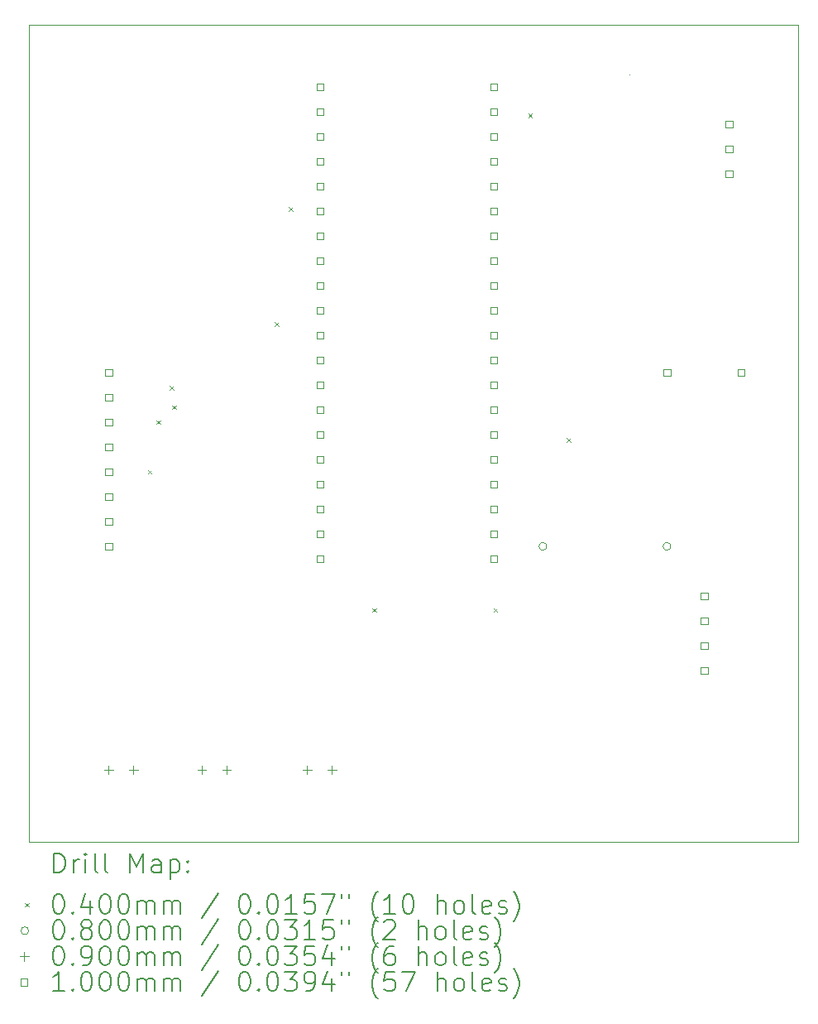
<source format=gbr>
%TF.GenerationSoftware,KiCad,Pcbnew,(6.0.9)*%
%TF.CreationDate,2022-11-16T12:37:48-05:00*%
%TF.ProjectId,Project.1,50726f6a-6563-4742-9e31-2e6b69636164,rev?*%
%TF.SameCoordinates,Original*%
%TF.FileFunction,Drillmap*%
%TF.FilePolarity,Positive*%
%FSLAX45Y45*%
G04 Gerber Fmt 4.5, Leading zero omitted, Abs format (unit mm)*
G04 Created by KiCad (PCBNEW (6.0.9)) date 2022-11-16 12:37:48*
%MOMM*%
%LPD*%
G01*
G04 APERTURE LIST*
%ADD10C,0.100000*%
%ADD11C,0.200000*%
%ADD12C,0.040000*%
%ADD13C,0.080000*%
%ADD14C,0.090000*%
G04 APERTURE END LIST*
D10*
X15240000Y-4571820D02*
X15240000Y-4571820D01*
X15240000Y-4571820D02*
X15240000Y-4571820D01*
X15240000Y-4571820D02*
X15240000Y-4571820D01*
X15240000Y-4571820D02*
X15240000Y-4571820D01*
X16967000Y-4062000D02*
X9093000Y-4062000D01*
X9093000Y-4062000D02*
X9093000Y-12420000D01*
X9093000Y-12420000D02*
X16967000Y-12420000D01*
X16967000Y-12420000D02*
X16967000Y-4062000D01*
D11*
D12*
X10306170Y-8616000D02*
X10346170Y-8656000D01*
X10346170Y-8616000D02*
X10306170Y-8656000D01*
X10394000Y-8108000D02*
X10434000Y-8148000D01*
X10434000Y-8108000D02*
X10394000Y-8148000D01*
X10530000Y-7755000D02*
X10570000Y-7795000D01*
X10570000Y-7755000D02*
X10530000Y-7795000D01*
X10555000Y-7955000D02*
X10595000Y-7995000D01*
X10595000Y-7955000D02*
X10555000Y-7995000D01*
X11605000Y-7105000D02*
X11645000Y-7145000D01*
X11645000Y-7105000D02*
X11605000Y-7145000D01*
X11750000Y-5930000D02*
X11790000Y-5970000D01*
X11790000Y-5930000D02*
X11750000Y-5970000D01*
X12605000Y-10030000D02*
X12645000Y-10070000D01*
X12645000Y-10030000D02*
X12605000Y-10070000D01*
X13845000Y-10030000D02*
X13885000Y-10070000D01*
X13885000Y-10030000D02*
X13845000Y-10070000D01*
X14200000Y-4970000D02*
X14240000Y-5010000D01*
X14240000Y-4970000D02*
X14200000Y-5010000D01*
X14592500Y-8287500D02*
X14632500Y-8327500D01*
X14632500Y-8287500D02*
X14592500Y-8327500D01*
D13*
X14391000Y-9398000D02*
G75*
G03*
X14391000Y-9398000I-40000J0D01*
G01*
X15661000Y-9398000D02*
G75*
G03*
X15661000Y-9398000I-40000J0D01*
G01*
D14*
X9906000Y-11639000D02*
X9906000Y-11729000D01*
X9861000Y-11684000D02*
X9951000Y-11684000D01*
X10160000Y-11639000D02*
X10160000Y-11729000D01*
X10115000Y-11684000D02*
X10205000Y-11684000D01*
X10860000Y-11639000D02*
X10860000Y-11729000D01*
X10815000Y-11684000D02*
X10905000Y-11684000D01*
X11114000Y-11639000D02*
X11114000Y-11729000D01*
X11069000Y-11684000D02*
X11159000Y-11684000D01*
X11938000Y-11639000D02*
X11938000Y-11729000D01*
X11893000Y-11684000D02*
X11983000Y-11684000D01*
X12192000Y-11639000D02*
X12192000Y-11729000D01*
X12147000Y-11684000D02*
X12237000Y-11684000D01*
D10*
X9941356Y-7655356D02*
X9941356Y-7584644D01*
X9870644Y-7584644D01*
X9870644Y-7655356D01*
X9941356Y-7655356D01*
X9941356Y-7909356D02*
X9941356Y-7838644D01*
X9870644Y-7838644D01*
X9870644Y-7909356D01*
X9941356Y-7909356D01*
X9941356Y-8163356D02*
X9941356Y-8092644D01*
X9870644Y-8092644D01*
X9870644Y-8163356D01*
X9941356Y-8163356D01*
X9941356Y-8417356D02*
X9941356Y-8346644D01*
X9870644Y-8346644D01*
X9870644Y-8417356D01*
X9941356Y-8417356D01*
X9941356Y-8671356D02*
X9941356Y-8600644D01*
X9870644Y-8600644D01*
X9870644Y-8671356D01*
X9941356Y-8671356D01*
X9941356Y-8925356D02*
X9941356Y-8854644D01*
X9870644Y-8854644D01*
X9870644Y-8925356D01*
X9941356Y-8925356D01*
X9941356Y-9179356D02*
X9941356Y-9108644D01*
X9870644Y-9108644D01*
X9870644Y-9179356D01*
X9941356Y-9179356D01*
X9941356Y-9433356D02*
X9941356Y-9362644D01*
X9870644Y-9362644D01*
X9870644Y-9433356D01*
X9941356Y-9433356D01*
X12103356Y-4734356D02*
X12103356Y-4663644D01*
X12032644Y-4663644D01*
X12032644Y-4734356D01*
X12103356Y-4734356D01*
X12103356Y-4988356D02*
X12103356Y-4917644D01*
X12032644Y-4917644D01*
X12032644Y-4988356D01*
X12103356Y-4988356D01*
X12103356Y-5242356D02*
X12103356Y-5171644D01*
X12032644Y-5171644D01*
X12032644Y-5242356D01*
X12103356Y-5242356D01*
X12103356Y-5750356D02*
X12103356Y-5679644D01*
X12032644Y-5679644D01*
X12032644Y-5750356D01*
X12103356Y-5750356D01*
X12103356Y-6004356D02*
X12103356Y-5933644D01*
X12032644Y-5933644D01*
X12032644Y-6004356D01*
X12103356Y-6004356D01*
X12103356Y-6258356D02*
X12103356Y-6187644D01*
X12032644Y-6187644D01*
X12032644Y-6258356D01*
X12103356Y-6258356D01*
X12103356Y-6512356D02*
X12103356Y-6441644D01*
X12032644Y-6441644D01*
X12032644Y-6512356D01*
X12103356Y-6512356D01*
X12103356Y-6766356D02*
X12103356Y-6695644D01*
X12032644Y-6695644D01*
X12032644Y-6766356D01*
X12103356Y-6766356D01*
X12103356Y-7020356D02*
X12103356Y-6949644D01*
X12032644Y-6949644D01*
X12032644Y-7020356D01*
X12103356Y-7020356D01*
X12103356Y-7274356D02*
X12103356Y-7203644D01*
X12032644Y-7203644D01*
X12032644Y-7274356D01*
X12103356Y-7274356D01*
X12103356Y-7528356D02*
X12103356Y-7457644D01*
X12032644Y-7457644D01*
X12032644Y-7528356D01*
X12103356Y-7528356D01*
X12103356Y-7782356D02*
X12103356Y-7711644D01*
X12032644Y-7711644D01*
X12032644Y-7782356D01*
X12103356Y-7782356D01*
X12103356Y-8036356D02*
X12103356Y-7965644D01*
X12032644Y-7965644D01*
X12032644Y-8036356D01*
X12103356Y-8036356D01*
X12103356Y-8290356D02*
X12103356Y-8219644D01*
X12032644Y-8219644D01*
X12032644Y-8290356D01*
X12103356Y-8290356D01*
X12103356Y-8544356D02*
X12103356Y-8473644D01*
X12032644Y-8473644D01*
X12032644Y-8544356D01*
X12103356Y-8544356D01*
X12103356Y-8798356D02*
X12103356Y-8727644D01*
X12032644Y-8727644D01*
X12032644Y-8798356D01*
X12103356Y-8798356D01*
X12103356Y-9052356D02*
X12103356Y-8981644D01*
X12032644Y-8981644D01*
X12032644Y-9052356D01*
X12103356Y-9052356D01*
X12103356Y-9306356D02*
X12103356Y-9235644D01*
X12032644Y-9235644D01*
X12032644Y-9306356D01*
X12103356Y-9306356D01*
X12103356Y-9560356D02*
X12103356Y-9489644D01*
X12032644Y-9489644D01*
X12032644Y-9560356D01*
X12103356Y-9560356D01*
X12104356Y-5496356D02*
X12104356Y-5425644D01*
X12033644Y-5425644D01*
X12033644Y-5496356D01*
X12104356Y-5496356D01*
X13881356Y-4734356D02*
X13881356Y-4663644D01*
X13810644Y-4663644D01*
X13810644Y-4734356D01*
X13881356Y-4734356D01*
X13881356Y-4988356D02*
X13881356Y-4917644D01*
X13810644Y-4917644D01*
X13810644Y-4988356D01*
X13881356Y-4988356D01*
X13881356Y-5242356D02*
X13881356Y-5171644D01*
X13810644Y-5171644D01*
X13810644Y-5242356D01*
X13881356Y-5242356D01*
X13881356Y-5496356D02*
X13881356Y-5425644D01*
X13810644Y-5425644D01*
X13810644Y-5496356D01*
X13881356Y-5496356D01*
X13881356Y-5750356D02*
X13881356Y-5679644D01*
X13810644Y-5679644D01*
X13810644Y-5750356D01*
X13881356Y-5750356D01*
X13881356Y-6004356D02*
X13881356Y-5933644D01*
X13810644Y-5933644D01*
X13810644Y-6004356D01*
X13881356Y-6004356D01*
X13881356Y-6258356D02*
X13881356Y-6187644D01*
X13810644Y-6187644D01*
X13810644Y-6258356D01*
X13881356Y-6258356D01*
X13881356Y-6512356D02*
X13881356Y-6441644D01*
X13810644Y-6441644D01*
X13810644Y-6512356D01*
X13881356Y-6512356D01*
X13881356Y-6766356D02*
X13881356Y-6695644D01*
X13810644Y-6695644D01*
X13810644Y-6766356D01*
X13881356Y-6766356D01*
X13881356Y-7020356D02*
X13881356Y-6949644D01*
X13810644Y-6949644D01*
X13810644Y-7020356D01*
X13881356Y-7020356D01*
X13881356Y-7274356D02*
X13881356Y-7203644D01*
X13810644Y-7203644D01*
X13810644Y-7274356D01*
X13881356Y-7274356D01*
X13881356Y-7528356D02*
X13881356Y-7457644D01*
X13810644Y-7457644D01*
X13810644Y-7528356D01*
X13881356Y-7528356D01*
X13881356Y-7782356D02*
X13881356Y-7711644D01*
X13810644Y-7711644D01*
X13810644Y-7782356D01*
X13881356Y-7782356D01*
X13881356Y-8036356D02*
X13881356Y-7965644D01*
X13810644Y-7965644D01*
X13810644Y-8036356D01*
X13881356Y-8036356D01*
X13881356Y-8290356D02*
X13881356Y-8219644D01*
X13810644Y-8219644D01*
X13810644Y-8290356D01*
X13881356Y-8290356D01*
X13881356Y-8544356D02*
X13881356Y-8473644D01*
X13810644Y-8473644D01*
X13810644Y-8544356D01*
X13881356Y-8544356D01*
X13881356Y-8798356D02*
X13881356Y-8727644D01*
X13810644Y-8727644D01*
X13810644Y-8798356D01*
X13881356Y-8798356D01*
X13881356Y-9052356D02*
X13881356Y-8981644D01*
X13810644Y-8981644D01*
X13810644Y-9052356D01*
X13881356Y-9052356D01*
X13881356Y-9306356D02*
X13881356Y-9235644D01*
X13810644Y-9235644D01*
X13810644Y-9306356D01*
X13881356Y-9306356D01*
X13881356Y-9560356D02*
X13881356Y-9489644D01*
X13810644Y-9489644D01*
X13810644Y-9560356D01*
X13881356Y-9560356D01*
X15657356Y-7655356D02*
X15657356Y-7584644D01*
X15586644Y-7584644D01*
X15586644Y-7655356D01*
X15657356Y-7655356D01*
X16037356Y-9941356D02*
X16037356Y-9870644D01*
X15966644Y-9870644D01*
X15966644Y-9941356D01*
X16037356Y-9941356D01*
X16037356Y-10195356D02*
X16037356Y-10124644D01*
X15966644Y-10124644D01*
X15966644Y-10195356D01*
X16037356Y-10195356D01*
X16037356Y-10449356D02*
X16037356Y-10378644D01*
X15966644Y-10378644D01*
X15966644Y-10449356D01*
X16037356Y-10449356D01*
X16037356Y-10703356D02*
X16037356Y-10632644D01*
X15966644Y-10632644D01*
X15966644Y-10703356D01*
X16037356Y-10703356D01*
X16291356Y-5115356D02*
X16291356Y-5044644D01*
X16220644Y-5044644D01*
X16220644Y-5115356D01*
X16291356Y-5115356D01*
X16291356Y-5369356D02*
X16291356Y-5298644D01*
X16220644Y-5298644D01*
X16220644Y-5369356D01*
X16291356Y-5369356D01*
X16291356Y-5623356D02*
X16291356Y-5552644D01*
X16220644Y-5552644D01*
X16220644Y-5623356D01*
X16291356Y-5623356D01*
X16417356Y-7655356D02*
X16417356Y-7584644D01*
X16346644Y-7584644D01*
X16346644Y-7655356D01*
X16417356Y-7655356D01*
D11*
X9345619Y-12735476D02*
X9345619Y-12535476D01*
X9393238Y-12535476D01*
X9421810Y-12545000D01*
X9440857Y-12564048D01*
X9450381Y-12583095D01*
X9459905Y-12621190D01*
X9459905Y-12649762D01*
X9450381Y-12687857D01*
X9440857Y-12706905D01*
X9421810Y-12725952D01*
X9393238Y-12735476D01*
X9345619Y-12735476D01*
X9545619Y-12735476D02*
X9545619Y-12602143D01*
X9545619Y-12640238D02*
X9555143Y-12621190D01*
X9564667Y-12611667D01*
X9583714Y-12602143D01*
X9602762Y-12602143D01*
X9669429Y-12735476D02*
X9669429Y-12602143D01*
X9669429Y-12535476D02*
X9659905Y-12545000D01*
X9669429Y-12554524D01*
X9678952Y-12545000D01*
X9669429Y-12535476D01*
X9669429Y-12554524D01*
X9793238Y-12735476D02*
X9774190Y-12725952D01*
X9764667Y-12706905D01*
X9764667Y-12535476D01*
X9898000Y-12735476D02*
X9878952Y-12725952D01*
X9869429Y-12706905D01*
X9869429Y-12535476D01*
X10126571Y-12735476D02*
X10126571Y-12535476D01*
X10193238Y-12678333D01*
X10259905Y-12535476D01*
X10259905Y-12735476D01*
X10440857Y-12735476D02*
X10440857Y-12630714D01*
X10431333Y-12611667D01*
X10412286Y-12602143D01*
X10374190Y-12602143D01*
X10355143Y-12611667D01*
X10440857Y-12725952D02*
X10421810Y-12735476D01*
X10374190Y-12735476D01*
X10355143Y-12725952D01*
X10345619Y-12706905D01*
X10345619Y-12687857D01*
X10355143Y-12668809D01*
X10374190Y-12659286D01*
X10421810Y-12659286D01*
X10440857Y-12649762D01*
X10536095Y-12602143D02*
X10536095Y-12802143D01*
X10536095Y-12611667D02*
X10555143Y-12602143D01*
X10593238Y-12602143D01*
X10612286Y-12611667D01*
X10621810Y-12621190D01*
X10631333Y-12640238D01*
X10631333Y-12697381D01*
X10621810Y-12716428D01*
X10612286Y-12725952D01*
X10593238Y-12735476D01*
X10555143Y-12735476D01*
X10536095Y-12725952D01*
X10717048Y-12716428D02*
X10726571Y-12725952D01*
X10717048Y-12735476D01*
X10707524Y-12725952D01*
X10717048Y-12716428D01*
X10717048Y-12735476D01*
X10717048Y-12611667D02*
X10726571Y-12621190D01*
X10717048Y-12630714D01*
X10707524Y-12621190D01*
X10717048Y-12611667D01*
X10717048Y-12630714D01*
D12*
X9048000Y-13045000D02*
X9088000Y-13085000D01*
X9088000Y-13045000D02*
X9048000Y-13085000D01*
D11*
X9383714Y-12955476D02*
X9402762Y-12955476D01*
X9421810Y-12965000D01*
X9431333Y-12974524D01*
X9440857Y-12993571D01*
X9450381Y-13031667D01*
X9450381Y-13079286D01*
X9440857Y-13117381D01*
X9431333Y-13136428D01*
X9421810Y-13145952D01*
X9402762Y-13155476D01*
X9383714Y-13155476D01*
X9364667Y-13145952D01*
X9355143Y-13136428D01*
X9345619Y-13117381D01*
X9336095Y-13079286D01*
X9336095Y-13031667D01*
X9345619Y-12993571D01*
X9355143Y-12974524D01*
X9364667Y-12965000D01*
X9383714Y-12955476D01*
X9536095Y-13136428D02*
X9545619Y-13145952D01*
X9536095Y-13155476D01*
X9526571Y-13145952D01*
X9536095Y-13136428D01*
X9536095Y-13155476D01*
X9717048Y-13022143D02*
X9717048Y-13155476D01*
X9669429Y-12945952D02*
X9621810Y-13088809D01*
X9745619Y-13088809D01*
X9859905Y-12955476D02*
X9878952Y-12955476D01*
X9898000Y-12965000D01*
X9907524Y-12974524D01*
X9917048Y-12993571D01*
X9926571Y-13031667D01*
X9926571Y-13079286D01*
X9917048Y-13117381D01*
X9907524Y-13136428D01*
X9898000Y-13145952D01*
X9878952Y-13155476D01*
X9859905Y-13155476D01*
X9840857Y-13145952D01*
X9831333Y-13136428D01*
X9821810Y-13117381D01*
X9812286Y-13079286D01*
X9812286Y-13031667D01*
X9821810Y-12993571D01*
X9831333Y-12974524D01*
X9840857Y-12965000D01*
X9859905Y-12955476D01*
X10050381Y-12955476D02*
X10069429Y-12955476D01*
X10088476Y-12965000D01*
X10098000Y-12974524D01*
X10107524Y-12993571D01*
X10117048Y-13031667D01*
X10117048Y-13079286D01*
X10107524Y-13117381D01*
X10098000Y-13136428D01*
X10088476Y-13145952D01*
X10069429Y-13155476D01*
X10050381Y-13155476D01*
X10031333Y-13145952D01*
X10021810Y-13136428D01*
X10012286Y-13117381D01*
X10002762Y-13079286D01*
X10002762Y-13031667D01*
X10012286Y-12993571D01*
X10021810Y-12974524D01*
X10031333Y-12965000D01*
X10050381Y-12955476D01*
X10202762Y-13155476D02*
X10202762Y-13022143D01*
X10202762Y-13041190D02*
X10212286Y-13031667D01*
X10231333Y-13022143D01*
X10259905Y-13022143D01*
X10278952Y-13031667D01*
X10288476Y-13050714D01*
X10288476Y-13155476D01*
X10288476Y-13050714D02*
X10298000Y-13031667D01*
X10317048Y-13022143D01*
X10345619Y-13022143D01*
X10364667Y-13031667D01*
X10374190Y-13050714D01*
X10374190Y-13155476D01*
X10469429Y-13155476D02*
X10469429Y-13022143D01*
X10469429Y-13041190D02*
X10478952Y-13031667D01*
X10498000Y-13022143D01*
X10526571Y-13022143D01*
X10545619Y-13031667D01*
X10555143Y-13050714D01*
X10555143Y-13155476D01*
X10555143Y-13050714D02*
X10564667Y-13031667D01*
X10583714Y-13022143D01*
X10612286Y-13022143D01*
X10631333Y-13031667D01*
X10640857Y-13050714D01*
X10640857Y-13155476D01*
X11031333Y-12945952D02*
X10859905Y-13203095D01*
X11288476Y-12955476D02*
X11307524Y-12955476D01*
X11326571Y-12965000D01*
X11336095Y-12974524D01*
X11345619Y-12993571D01*
X11355143Y-13031667D01*
X11355143Y-13079286D01*
X11345619Y-13117381D01*
X11336095Y-13136428D01*
X11326571Y-13145952D01*
X11307524Y-13155476D01*
X11288476Y-13155476D01*
X11269428Y-13145952D01*
X11259905Y-13136428D01*
X11250381Y-13117381D01*
X11240857Y-13079286D01*
X11240857Y-13031667D01*
X11250381Y-12993571D01*
X11259905Y-12974524D01*
X11269428Y-12965000D01*
X11288476Y-12955476D01*
X11440857Y-13136428D02*
X11450381Y-13145952D01*
X11440857Y-13155476D01*
X11431333Y-13145952D01*
X11440857Y-13136428D01*
X11440857Y-13155476D01*
X11574190Y-12955476D02*
X11593238Y-12955476D01*
X11612286Y-12965000D01*
X11621809Y-12974524D01*
X11631333Y-12993571D01*
X11640857Y-13031667D01*
X11640857Y-13079286D01*
X11631333Y-13117381D01*
X11621809Y-13136428D01*
X11612286Y-13145952D01*
X11593238Y-13155476D01*
X11574190Y-13155476D01*
X11555143Y-13145952D01*
X11545619Y-13136428D01*
X11536095Y-13117381D01*
X11526571Y-13079286D01*
X11526571Y-13031667D01*
X11536095Y-12993571D01*
X11545619Y-12974524D01*
X11555143Y-12965000D01*
X11574190Y-12955476D01*
X11831333Y-13155476D02*
X11717048Y-13155476D01*
X11774190Y-13155476D02*
X11774190Y-12955476D01*
X11755143Y-12984048D01*
X11736095Y-13003095D01*
X11717048Y-13012619D01*
X12012286Y-12955476D02*
X11917048Y-12955476D01*
X11907524Y-13050714D01*
X11917048Y-13041190D01*
X11936095Y-13031667D01*
X11983714Y-13031667D01*
X12002762Y-13041190D01*
X12012286Y-13050714D01*
X12021809Y-13069762D01*
X12021809Y-13117381D01*
X12012286Y-13136428D01*
X12002762Y-13145952D01*
X11983714Y-13155476D01*
X11936095Y-13155476D01*
X11917048Y-13145952D01*
X11907524Y-13136428D01*
X12088476Y-12955476D02*
X12221809Y-12955476D01*
X12136095Y-13155476D01*
X12288476Y-12955476D02*
X12288476Y-12993571D01*
X12364667Y-12955476D02*
X12364667Y-12993571D01*
X12659905Y-13231667D02*
X12650381Y-13222143D01*
X12631333Y-13193571D01*
X12621809Y-13174524D01*
X12612286Y-13145952D01*
X12602762Y-13098333D01*
X12602762Y-13060238D01*
X12612286Y-13012619D01*
X12621809Y-12984048D01*
X12631333Y-12965000D01*
X12650381Y-12936428D01*
X12659905Y-12926905D01*
X12840857Y-13155476D02*
X12726571Y-13155476D01*
X12783714Y-13155476D02*
X12783714Y-12955476D01*
X12764667Y-12984048D01*
X12745619Y-13003095D01*
X12726571Y-13012619D01*
X12964667Y-12955476D02*
X12983714Y-12955476D01*
X13002762Y-12965000D01*
X13012286Y-12974524D01*
X13021809Y-12993571D01*
X13031333Y-13031667D01*
X13031333Y-13079286D01*
X13021809Y-13117381D01*
X13012286Y-13136428D01*
X13002762Y-13145952D01*
X12983714Y-13155476D01*
X12964667Y-13155476D01*
X12945619Y-13145952D01*
X12936095Y-13136428D01*
X12926571Y-13117381D01*
X12917048Y-13079286D01*
X12917048Y-13031667D01*
X12926571Y-12993571D01*
X12936095Y-12974524D01*
X12945619Y-12965000D01*
X12964667Y-12955476D01*
X13269428Y-13155476D02*
X13269428Y-12955476D01*
X13355143Y-13155476D02*
X13355143Y-13050714D01*
X13345619Y-13031667D01*
X13326571Y-13022143D01*
X13298000Y-13022143D01*
X13278952Y-13031667D01*
X13269428Y-13041190D01*
X13478952Y-13155476D02*
X13459905Y-13145952D01*
X13450381Y-13136428D01*
X13440857Y-13117381D01*
X13440857Y-13060238D01*
X13450381Y-13041190D01*
X13459905Y-13031667D01*
X13478952Y-13022143D01*
X13507524Y-13022143D01*
X13526571Y-13031667D01*
X13536095Y-13041190D01*
X13545619Y-13060238D01*
X13545619Y-13117381D01*
X13536095Y-13136428D01*
X13526571Y-13145952D01*
X13507524Y-13155476D01*
X13478952Y-13155476D01*
X13659905Y-13155476D02*
X13640857Y-13145952D01*
X13631333Y-13126905D01*
X13631333Y-12955476D01*
X13812286Y-13145952D02*
X13793238Y-13155476D01*
X13755143Y-13155476D01*
X13736095Y-13145952D01*
X13726571Y-13126905D01*
X13726571Y-13050714D01*
X13736095Y-13031667D01*
X13755143Y-13022143D01*
X13793238Y-13022143D01*
X13812286Y-13031667D01*
X13821809Y-13050714D01*
X13821809Y-13069762D01*
X13726571Y-13088809D01*
X13898000Y-13145952D02*
X13917048Y-13155476D01*
X13955143Y-13155476D01*
X13974190Y-13145952D01*
X13983714Y-13126905D01*
X13983714Y-13117381D01*
X13974190Y-13098333D01*
X13955143Y-13088809D01*
X13926571Y-13088809D01*
X13907524Y-13079286D01*
X13898000Y-13060238D01*
X13898000Y-13050714D01*
X13907524Y-13031667D01*
X13926571Y-13022143D01*
X13955143Y-13022143D01*
X13974190Y-13031667D01*
X14050381Y-13231667D02*
X14059905Y-13222143D01*
X14078952Y-13193571D01*
X14088476Y-13174524D01*
X14098000Y-13145952D01*
X14107524Y-13098333D01*
X14107524Y-13060238D01*
X14098000Y-13012619D01*
X14088476Y-12984048D01*
X14078952Y-12965000D01*
X14059905Y-12936428D01*
X14050381Y-12926905D01*
D13*
X9088000Y-13329000D02*
G75*
G03*
X9088000Y-13329000I-40000J0D01*
G01*
D11*
X9383714Y-13219476D02*
X9402762Y-13219476D01*
X9421810Y-13229000D01*
X9431333Y-13238524D01*
X9440857Y-13257571D01*
X9450381Y-13295667D01*
X9450381Y-13343286D01*
X9440857Y-13381381D01*
X9431333Y-13400428D01*
X9421810Y-13409952D01*
X9402762Y-13419476D01*
X9383714Y-13419476D01*
X9364667Y-13409952D01*
X9355143Y-13400428D01*
X9345619Y-13381381D01*
X9336095Y-13343286D01*
X9336095Y-13295667D01*
X9345619Y-13257571D01*
X9355143Y-13238524D01*
X9364667Y-13229000D01*
X9383714Y-13219476D01*
X9536095Y-13400428D02*
X9545619Y-13409952D01*
X9536095Y-13419476D01*
X9526571Y-13409952D01*
X9536095Y-13400428D01*
X9536095Y-13419476D01*
X9659905Y-13305190D02*
X9640857Y-13295667D01*
X9631333Y-13286143D01*
X9621810Y-13267095D01*
X9621810Y-13257571D01*
X9631333Y-13238524D01*
X9640857Y-13229000D01*
X9659905Y-13219476D01*
X9698000Y-13219476D01*
X9717048Y-13229000D01*
X9726571Y-13238524D01*
X9736095Y-13257571D01*
X9736095Y-13267095D01*
X9726571Y-13286143D01*
X9717048Y-13295667D01*
X9698000Y-13305190D01*
X9659905Y-13305190D01*
X9640857Y-13314714D01*
X9631333Y-13324238D01*
X9621810Y-13343286D01*
X9621810Y-13381381D01*
X9631333Y-13400428D01*
X9640857Y-13409952D01*
X9659905Y-13419476D01*
X9698000Y-13419476D01*
X9717048Y-13409952D01*
X9726571Y-13400428D01*
X9736095Y-13381381D01*
X9736095Y-13343286D01*
X9726571Y-13324238D01*
X9717048Y-13314714D01*
X9698000Y-13305190D01*
X9859905Y-13219476D02*
X9878952Y-13219476D01*
X9898000Y-13229000D01*
X9907524Y-13238524D01*
X9917048Y-13257571D01*
X9926571Y-13295667D01*
X9926571Y-13343286D01*
X9917048Y-13381381D01*
X9907524Y-13400428D01*
X9898000Y-13409952D01*
X9878952Y-13419476D01*
X9859905Y-13419476D01*
X9840857Y-13409952D01*
X9831333Y-13400428D01*
X9821810Y-13381381D01*
X9812286Y-13343286D01*
X9812286Y-13295667D01*
X9821810Y-13257571D01*
X9831333Y-13238524D01*
X9840857Y-13229000D01*
X9859905Y-13219476D01*
X10050381Y-13219476D02*
X10069429Y-13219476D01*
X10088476Y-13229000D01*
X10098000Y-13238524D01*
X10107524Y-13257571D01*
X10117048Y-13295667D01*
X10117048Y-13343286D01*
X10107524Y-13381381D01*
X10098000Y-13400428D01*
X10088476Y-13409952D01*
X10069429Y-13419476D01*
X10050381Y-13419476D01*
X10031333Y-13409952D01*
X10021810Y-13400428D01*
X10012286Y-13381381D01*
X10002762Y-13343286D01*
X10002762Y-13295667D01*
X10012286Y-13257571D01*
X10021810Y-13238524D01*
X10031333Y-13229000D01*
X10050381Y-13219476D01*
X10202762Y-13419476D02*
X10202762Y-13286143D01*
X10202762Y-13305190D02*
X10212286Y-13295667D01*
X10231333Y-13286143D01*
X10259905Y-13286143D01*
X10278952Y-13295667D01*
X10288476Y-13314714D01*
X10288476Y-13419476D01*
X10288476Y-13314714D02*
X10298000Y-13295667D01*
X10317048Y-13286143D01*
X10345619Y-13286143D01*
X10364667Y-13295667D01*
X10374190Y-13314714D01*
X10374190Y-13419476D01*
X10469429Y-13419476D02*
X10469429Y-13286143D01*
X10469429Y-13305190D02*
X10478952Y-13295667D01*
X10498000Y-13286143D01*
X10526571Y-13286143D01*
X10545619Y-13295667D01*
X10555143Y-13314714D01*
X10555143Y-13419476D01*
X10555143Y-13314714D02*
X10564667Y-13295667D01*
X10583714Y-13286143D01*
X10612286Y-13286143D01*
X10631333Y-13295667D01*
X10640857Y-13314714D01*
X10640857Y-13419476D01*
X11031333Y-13209952D02*
X10859905Y-13467095D01*
X11288476Y-13219476D02*
X11307524Y-13219476D01*
X11326571Y-13229000D01*
X11336095Y-13238524D01*
X11345619Y-13257571D01*
X11355143Y-13295667D01*
X11355143Y-13343286D01*
X11345619Y-13381381D01*
X11336095Y-13400428D01*
X11326571Y-13409952D01*
X11307524Y-13419476D01*
X11288476Y-13419476D01*
X11269428Y-13409952D01*
X11259905Y-13400428D01*
X11250381Y-13381381D01*
X11240857Y-13343286D01*
X11240857Y-13295667D01*
X11250381Y-13257571D01*
X11259905Y-13238524D01*
X11269428Y-13229000D01*
X11288476Y-13219476D01*
X11440857Y-13400428D02*
X11450381Y-13409952D01*
X11440857Y-13419476D01*
X11431333Y-13409952D01*
X11440857Y-13400428D01*
X11440857Y-13419476D01*
X11574190Y-13219476D02*
X11593238Y-13219476D01*
X11612286Y-13229000D01*
X11621809Y-13238524D01*
X11631333Y-13257571D01*
X11640857Y-13295667D01*
X11640857Y-13343286D01*
X11631333Y-13381381D01*
X11621809Y-13400428D01*
X11612286Y-13409952D01*
X11593238Y-13419476D01*
X11574190Y-13419476D01*
X11555143Y-13409952D01*
X11545619Y-13400428D01*
X11536095Y-13381381D01*
X11526571Y-13343286D01*
X11526571Y-13295667D01*
X11536095Y-13257571D01*
X11545619Y-13238524D01*
X11555143Y-13229000D01*
X11574190Y-13219476D01*
X11707524Y-13219476D02*
X11831333Y-13219476D01*
X11764667Y-13295667D01*
X11793238Y-13295667D01*
X11812286Y-13305190D01*
X11821809Y-13314714D01*
X11831333Y-13333762D01*
X11831333Y-13381381D01*
X11821809Y-13400428D01*
X11812286Y-13409952D01*
X11793238Y-13419476D01*
X11736095Y-13419476D01*
X11717048Y-13409952D01*
X11707524Y-13400428D01*
X12021809Y-13419476D02*
X11907524Y-13419476D01*
X11964667Y-13419476D02*
X11964667Y-13219476D01*
X11945619Y-13248048D01*
X11926571Y-13267095D01*
X11907524Y-13276619D01*
X12202762Y-13219476D02*
X12107524Y-13219476D01*
X12098000Y-13314714D01*
X12107524Y-13305190D01*
X12126571Y-13295667D01*
X12174190Y-13295667D01*
X12193238Y-13305190D01*
X12202762Y-13314714D01*
X12212286Y-13333762D01*
X12212286Y-13381381D01*
X12202762Y-13400428D01*
X12193238Y-13409952D01*
X12174190Y-13419476D01*
X12126571Y-13419476D01*
X12107524Y-13409952D01*
X12098000Y-13400428D01*
X12288476Y-13219476D02*
X12288476Y-13257571D01*
X12364667Y-13219476D02*
X12364667Y-13257571D01*
X12659905Y-13495667D02*
X12650381Y-13486143D01*
X12631333Y-13457571D01*
X12621809Y-13438524D01*
X12612286Y-13409952D01*
X12602762Y-13362333D01*
X12602762Y-13324238D01*
X12612286Y-13276619D01*
X12621809Y-13248048D01*
X12631333Y-13229000D01*
X12650381Y-13200428D01*
X12659905Y-13190905D01*
X12726571Y-13238524D02*
X12736095Y-13229000D01*
X12755143Y-13219476D01*
X12802762Y-13219476D01*
X12821809Y-13229000D01*
X12831333Y-13238524D01*
X12840857Y-13257571D01*
X12840857Y-13276619D01*
X12831333Y-13305190D01*
X12717048Y-13419476D01*
X12840857Y-13419476D01*
X13078952Y-13419476D02*
X13078952Y-13219476D01*
X13164667Y-13419476D02*
X13164667Y-13314714D01*
X13155143Y-13295667D01*
X13136095Y-13286143D01*
X13107524Y-13286143D01*
X13088476Y-13295667D01*
X13078952Y-13305190D01*
X13288476Y-13419476D02*
X13269428Y-13409952D01*
X13259905Y-13400428D01*
X13250381Y-13381381D01*
X13250381Y-13324238D01*
X13259905Y-13305190D01*
X13269428Y-13295667D01*
X13288476Y-13286143D01*
X13317048Y-13286143D01*
X13336095Y-13295667D01*
X13345619Y-13305190D01*
X13355143Y-13324238D01*
X13355143Y-13381381D01*
X13345619Y-13400428D01*
X13336095Y-13409952D01*
X13317048Y-13419476D01*
X13288476Y-13419476D01*
X13469428Y-13419476D02*
X13450381Y-13409952D01*
X13440857Y-13390905D01*
X13440857Y-13219476D01*
X13621809Y-13409952D02*
X13602762Y-13419476D01*
X13564667Y-13419476D01*
X13545619Y-13409952D01*
X13536095Y-13390905D01*
X13536095Y-13314714D01*
X13545619Y-13295667D01*
X13564667Y-13286143D01*
X13602762Y-13286143D01*
X13621809Y-13295667D01*
X13631333Y-13314714D01*
X13631333Y-13333762D01*
X13536095Y-13352809D01*
X13707524Y-13409952D02*
X13726571Y-13419476D01*
X13764667Y-13419476D01*
X13783714Y-13409952D01*
X13793238Y-13390905D01*
X13793238Y-13381381D01*
X13783714Y-13362333D01*
X13764667Y-13352809D01*
X13736095Y-13352809D01*
X13717048Y-13343286D01*
X13707524Y-13324238D01*
X13707524Y-13314714D01*
X13717048Y-13295667D01*
X13736095Y-13286143D01*
X13764667Y-13286143D01*
X13783714Y-13295667D01*
X13859905Y-13495667D02*
X13869428Y-13486143D01*
X13888476Y-13457571D01*
X13898000Y-13438524D01*
X13907524Y-13409952D01*
X13917048Y-13362333D01*
X13917048Y-13324238D01*
X13907524Y-13276619D01*
X13898000Y-13248048D01*
X13888476Y-13229000D01*
X13869428Y-13200428D01*
X13859905Y-13190905D01*
D14*
X9043000Y-13548000D02*
X9043000Y-13638000D01*
X8998000Y-13593000D02*
X9088000Y-13593000D01*
D11*
X9383714Y-13483476D02*
X9402762Y-13483476D01*
X9421810Y-13493000D01*
X9431333Y-13502524D01*
X9440857Y-13521571D01*
X9450381Y-13559667D01*
X9450381Y-13607286D01*
X9440857Y-13645381D01*
X9431333Y-13664428D01*
X9421810Y-13673952D01*
X9402762Y-13683476D01*
X9383714Y-13683476D01*
X9364667Y-13673952D01*
X9355143Y-13664428D01*
X9345619Y-13645381D01*
X9336095Y-13607286D01*
X9336095Y-13559667D01*
X9345619Y-13521571D01*
X9355143Y-13502524D01*
X9364667Y-13493000D01*
X9383714Y-13483476D01*
X9536095Y-13664428D02*
X9545619Y-13673952D01*
X9536095Y-13683476D01*
X9526571Y-13673952D01*
X9536095Y-13664428D01*
X9536095Y-13683476D01*
X9640857Y-13683476D02*
X9678952Y-13683476D01*
X9698000Y-13673952D01*
X9707524Y-13664428D01*
X9726571Y-13635857D01*
X9736095Y-13597762D01*
X9736095Y-13521571D01*
X9726571Y-13502524D01*
X9717048Y-13493000D01*
X9698000Y-13483476D01*
X9659905Y-13483476D01*
X9640857Y-13493000D01*
X9631333Y-13502524D01*
X9621810Y-13521571D01*
X9621810Y-13569190D01*
X9631333Y-13588238D01*
X9640857Y-13597762D01*
X9659905Y-13607286D01*
X9698000Y-13607286D01*
X9717048Y-13597762D01*
X9726571Y-13588238D01*
X9736095Y-13569190D01*
X9859905Y-13483476D02*
X9878952Y-13483476D01*
X9898000Y-13493000D01*
X9907524Y-13502524D01*
X9917048Y-13521571D01*
X9926571Y-13559667D01*
X9926571Y-13607286D01*
X9917048Y-13645381D01*
X9907524Y-13664428D01*
X9898000Y-13673952D01*
X9878952Y-13683476D01*
X9859905Y-13683476D01*
X9840857Y-13673952D01*
X9831333Y-13664428D01*
X9821810Y-13645381D01*
X9812286Y-13607286D01*
X9812286Y-13559667D01*
X9821810Y-13521571D01*
X9831333Y-13502524D01*
X9840857Y-13493000D01*
X9859905Y-13483476D01*
X10050381Y-13483476D02*
X10069429Y-13483476D01*
X10088476Y-13493000D01*
X10098000Y-13502524D01*
X10107524Y-13521571D01*
X10117048Y-13559667D01*
X10117048Y-13607286D01*
X10107524Y-13645381D01*
X10098000Y-13664428D01*
X10088476Y-13673952D01*
X10069429Y-13683476D01*
X10050381Y-13683476D01*
X10031333Y-13673952D01*
X10021810Y-13664428D01*
X10012286Y-13645381D01*
X10002762Y-13607286D01*
X10002762Y-13559667D01*
X10012286Y-13521571D01*
X10021810Y-13502524D01*
X10031333Y-13493000D01*
X10050381Y-13483476D01*
X10202762Y-13683476D02*
X10202762Y-13550143D01*
X10202762Y-13569190D02*
X10212286Y-13559667D01*
X10231333Y-13550143D01*
X10259905Y-13550143D01*
X10278952Y-13559667D01*
X10288476Y-13578714D01*
X10288476Y-13683476D01*
X10288476Y-13578714D02*
X10298000Y-13559667D01*
X10317048Y-13550143D01*
X10345619Y-13550143D01*
X10364667Y-13559667D01*
X10374190Y-13578714D01*
X10374190Y-13683476D01*
X10469429Y-13683476D02*
X10469429Y-13550143D01*
X10469429Y-13569190D02*
X10478952Y-13559667D01*
X10498000Y-13550143D01*
X10526571Y-13550143D01*
X10545619Y-13559667D01*
X10555143Y-13578714D01*
X10555143Y-13683476D01*
X10555143Y-13578714D02*
X10564667Y-13559667D01*
X10583714Y-13550143D01*
X10612286Y-13550143D01*
X10631333Y-13559667D01*
X10640857Y-13578714D01*
X10640857Y-13683476D01*
X11031333Y-13473952D02*
X10859905Y-13731095D01*
X11288476Y-13483476D02*
X11307524Y-13483476D01*
X11326571Y-13493000D01*
X11336095Y-13502524D01*
X11345619Y-13521571D01*
X11355143Y-13559667D01*
X11355143Y-13607286D01*
X11345619Y-13645381D01*
X11336095Y-13664428D01*
X11326571Y-13673952D01*
X11307524Y-13683476D01*
X11288476Y-13683476D01*
X11269428Y-13673952D01*
X11259905Y-13664428D01*
X11250381Y-13645381D01*
X11240857Y-13607286D01*
X11240857Y-13559667D01*
X11250381Y-13521571D01*
X11259905Y-13502524D01*
X11269428Y-13493000D01*
X11288476Y-13483476D01*
X11440857Y-13664428D02*
X11450381Y-13673952D01*
X11440857Y-13683476D01*
X11431333Y-13673952D01*
X11440857Y-13664428D01*
X11440857Y-13683476D01*
X11574190Y-13483476D02*
X11593238Y-13483476D01*
X11612286Y-13493000D01*
X11621809Y-13502524D01*
X11631333Y-13521571D01*
X11640857Y-13559667D01*
X11640857Y-13607286D01*
X11631333Y-13645381D01*
X11621809Y-13664428D01*
X11612286Y-13673952D01*
X11593238Y-13683476D01*
X11574190Y-13683476D01*
X11555143Y-13673952D01*
X11545619Y-13664428D01*
X11536095Y-13645381D01*
X11526571Y-13607286D01*
X11526571Y-13559667D01*
X11536095Y-13521571D01*
X11545619Y-13502524D01*
X11555143Y-13493000D01*
X11574190Y-13483476D01*
X11707524Y-13483476D02*
X11831333Y-13483476D01*
X11764667Y-13559667D01*
X11793238Y-13559667D01*
X11812286Y-13569190D01*
X11821809Y-13578714D01*
X11831333Y-13597762D01*
X11831333Y-13645381D01*
X11821809Y-13664428D01*
X11812286Y-13673952D01*
X11793238Y-13683476D01*
X11736095Y-13683476D01*
X11717048Y-13673952D01*
X11707524Y-13664428D01*
X12012286Y-13483476D02*
X11917048Y-13483476D01*
X11907524Y-13578714D01*
X11917048Y-13569190D01*
X11936095Y-13559667D01*
X11983714Y-13559667D01*
X12002762Y-13569190D01*
X12012286Y-13578714D01*
X12021809Y-13597762D01*
X12021809Y-13645381D01*
X12012286Y-13664428D01*
X12002762Y-13673952D01*
X11983714Y-13683476D01*
X11936095Y-13683476D01*
X11917048Y-13673952D01*
X11907524Y-13664428D01*
X12193238Y-13550143D02*
X12193238Y-13683476D01*
X12145619Y-13473952D02*
X12098000Y-13616809D01*
X12221809Y-13616809D01*
X12288476Y-13483476D02*
X12288476Y-13521571D01*
X12364667Y-13483476D02*
X12364667Y-13521571D01*
X12659905Y-13759667D02*
X12650381Y-13750143D01*
X12631333Y-13721571D01*
X12621809Y-13702524D01*
X12612286Y-13673952D01*
X12602762Y-13626333D01*
X12602762Y-13588238D01*
X12612286Y-13540619D01*
X12621809Y-13512048D01*
X12631333Y-13493000D01*
X12650381Y-13464428D01*
X12659905Y-13454905D01*
X12821809Y-13483476D02*
X12783714Y-13483476D01*
X12764667Y-13493000D01*
X12755143Y-13502524D01*
X12736095Y-13531095D01*
X12726571Y-13569190D01*
X12726571Y-13645381D01*
X12736095Y-13664428D01*
X12745619Y-13673952D01*
X12764667Y-13683476D01*
X12802762Y-13683476D01*
X12821809Y-13673952D01*
X12831333Y-13664428D01*
X12840857Y-13645381D01*
X12840857Y-13597762D01*
X12831333Y-13578714D01*
X12821809Y-13569190D01*
X12802762Y-13559667D01*
X12764667Y-13559667D01*
X12745619Y-13569190D01*
X12736095Y-13578714D01*
X12726571Y-13597762D01*
X13078952Y-13683476D02*
X13078952Y-13483476D01*
X13164667Y-13683476D02*
X13164667Y-13578714D01*
X13155143Y-13559667D01*
X13136095Y-13550143D01*
X13107524Y-13550143D01*
X13088476Y-13559667D01*
X13078952Y-13569190D01*
X13288476Y-13683476D02*
X13269428Y-13673952D01*
X13259905Y-13664428D01*
X13250381Y-13645381D01*
X13250381Y-13588238D01*
X13259905Y-13569190D01*
X13269428Y-13559667D01*
X13288476Y-13550143D01*
X13317048Y-13550143D01*
X13336095Y-13559667D01*
X13345619Y-13569190D01*
X13355143Y-13588238D01*
X13355143Y-13645381D01*
X13345619Y-13664428D01*
X13336095Y-13673952D01*
X13317048Y-13683476D01*
X13288476Y-13683476D01*
X13469428Y-13683476D02*
X13450381Y-13673952D01*
X13440857Y-13654905D01*
X13440857Y-13483476D01*
X13621809Y-13673952D02*
X13602762Y-13683476D01*
X13564667Y-13683476D01*
X13545619Y-13673952D01*
X13536095Y-13654905D01*
X13536095Y-13578714D01*
X13545619Y-13559667D01*
X13564667Y-13550143D01*
X13602762Y-13550143D01*
X13621809Y-13559667D01*
X13631333Y-13578714D01*
X13631333Y-13597762D01*
X13536095Y-13616809D01*
X13707524Y-13673952D02*
X13726571Y-13683476D01*
X13764667Y-13683476D01*
X13783714Y-13673952D01*
X13793238Y-13654905D01*
X13793238Y-13645381D01*
X13783714Y-13626333D01*
X13764667Y-13616809D01*
X13736095Y-13616809D01*
X13717048Y-13607286D01*
X13707524Y-13588238D01*
X13707524Y-13578714D01*
X13717048Y-13559667D01*
X13736095Y-13550143D01*
X13764667Y-13550143D01*
X13783714Y-13559667D01*
X13859905Y-13759667D02*
X13869428Y-13750143D01*
X13888476Y-13721571D01*
X13898000Y-13702524D01*
X13907524Y-13673952D01*
X13917048Y-13626333D01*
X13917048Y-13588238D01*
X13907524Y-13540619D01*
X13898000Y-13512048D01*
X13888476Y-13493000D01*
X13869428Y-13464428D01*
X13859905Y-13454905D01*
D10*
X9073356Y-13892356D02*
X9073356Y-13821644D01*
X9002644Y-13821644D01*
X9002644Y-13892356D01*
X9073356Y-13892356D01*
D11*
X9450381Y-13947476D02*
X9336095Y-13947476D01*
X9393238Y-13947476D02*
X9393238Y-13747476D01*
X9374190Y-13776048D01*
X9355143Y-13795095D01*
X9336095Y-13804619D01*
X9536095Y-13928428D02*
X9545619Y-13937952D01*
X9536095Y-13947476D01*
X9526571Y-13937952D01*
X9536095Y-13928428D01*
X9536095Y-13947476D01*
X9669429Y-13747476D02*
X9688476Y-13747476D01*
X9707524Y-13757000D01*
X9717048Y-13766524D01*
X9726571Y-13785571D01*
X9736095Y-13823667D01*
X9736095Y-13871286D01*
X9726571Y-13909381D01*
X9717048Y-13928428D01*
X9707524Y-13937952D01*
X9688476Y-13947476D01*
X9669429Y-13947476D01*
X9650381Y-13937952D01*
X9640857Y-13928428D01*
X9631333Y-13909381D01*
X9621810Y-13871286D01*
X9621810Y-13823667D01*
X9631333Y-13785571D01*
X9640857Y-13766524D01*
X9650381Y-13757000D01*
X9669429Y-13747476D01*
X9859905Y-13747476D02*
X9878952Y-13747476D01*
X9898000Y-13757000D01*
X9907524Y-13766524D01*
X9917048Y-13785571D01*
X9926571Y-13823667D01*
X9926571Y-13871286D01*
X9917048Y-13909381D01*
X9907524Y-13928428D01*
X9898000Y-13937952D01*
X9878952Y-13947476D01*
X9859905Y-13947476D01*
X9840857Y-13937952D01*
X9831333Y-13928428D01*
X9821810Y-13909381D01*
X9812286Y-13871286D01*
X9812286Y-13823667D01*
X9821810Y-13785571D01*
X9831333Y-13766524D01*
X9840857Y-13757000D01*
X9859905Y-13747476D01*
X10050381Y-13747476D02*
X10069429Y-13747476D01*
X10088476Y-13757000D01*
X10098000Y-13766524D01*
X10107524Y-13785571D01*
X10117048Y-13823667D01*
X10117048Y-13871286D01*
X10107524Y-13909381D01*
X10098000Y-13928428D01*
X10088476Y-13937952D01*
X10069429Y-13947476D01*
X10050381Y-13947476D01*
X10031333Y-13937952D01*
X10021810Y-13928428D01*
X10012286Y-13909381D01*
X10002762Y-13871286D01*
X10002762Y-13823667D01*
X10012286Y-13785571D01*
X10021810Y-13766524D01*
X10031333Y-13757000D01*
X10050381Y-13747476D01*
X10202762Y-13947476D02*
X10202762Y-13814143D01*
X10202762Y-13833190D02*
X10212286Y-13823667D01*
X10231333Y-13814143D01*
X10259905Y-13814143D01*
X10278952Y-13823667D01*
X10288476Y-13842714D01*
X10288476Y-13947476D01*
X10288476Y-13842714D02*
X10298000Y-13823667D01*
X10317048Y-13814143D01*
X10345619Y-13814143D01*
X10364667Y-13823667D01*
X10374190Y-13842714D01*
X10374190Y-13947476D01*
X10469429Y-13947476D02*
X10469429Y-13814143D01*
X10469429Y-13833190D02*
X10478952Y-13823667D01*
X10498000Y-13814143D01*
X10526571Y-13814143D01*
X10545619Y-13823667D01*
X10555143Y-13842714D01*
X10555143Y-13947476D01*
X10555143Y-13842714D02*
X10564667Y-13823667D01*
X10583714Y-13814143D01*
X10612286Y-13814143D01*
X10631333Y-13823667D01*
X10640857Y-13842714D01*
X10640857Y-13947476D01*
X11031333Y-13737952D02*
X10859905Y-13995095D01*
X11288476Y-13747476D02*
X11307524Y-13747476D01*
X11326571Y-13757000D01*
X11336095Y-13766524D01*
X11345619Y-13785571D01*
X11355143Y-13823667D01*
X11355143Y-13871286D01*
X11345619Y-13909381D01*
X11336095Y-13928428D01*
X11326571Y-13937952D01*
X11307524Y-13947476D01*
X11288476Y-13947476D01*
X11269428Y-13937952D01*
X11259905Y-13928428D01*
X11250381Y-13909381D01*
X11240857Y-13871286D01*
X11240857Y-13823667D01*
X11250381Y-13785571D01*
X11259905Y-13766524D01*
X11269428Y-13757000D01*
X11288476Y-13747476D01*
X11440857Y-13928428D02*
X11450381Y-13937952D01*
X11440857Y-13947476D01*
X11431333Y-13937952D01*
X11440857Y-13928428D01*
X11440857Y-13947476D01*
X11574190Y-13747476D02*
X11593238Y-13747476D01*
X11612286Y-13757000D01*
X11621809Y-13766524D01*
X11631333Y-13785571D01*
X11640857Y-13823667D01*
X11640857Y-13871286D01*
X11631333Y-13909381D01*
X11621809Y-13928428D01*
X11612286Y-13937952D01*
X11593238Y-13947476D01*
X11574190Y-13947476D01*
X11555143Y-13937952D01*
X11545619Y-13928428D01*
X11536095Y-13909381D01*
X11526571Y-13871286D01*
X11526571Y-13823667D01*
X11536095Y-13785571D01*
X11545619Y-13766524D01*
X11555143Y-13757000D01*
X11574190Y-13747476D01*
X11707524Y-13747476D02*
X11831333Y-13747476D01*
X11764667Y-13823667D01*
X11793238Y-13823667D01*
X11812286Y-13833190D01*
X11821809Y-13842714D01*
X11831333Y-13861762D01*
X11831333Y-13909381D01*
X11821809Y-13928428D01*
X11812286Y-13937952D01*
X11793238Y-13947476D01*
X11736095Y-13947476D01*
X11717048Y-13937952D01*
X11707524Y-13928428D01*
X11926571Y-13947476D02*
X11964667Y-13947476D01*
X11983714Y-13937952D01*
X11993238Y-13928428D01*
X12012286Y-13899857D01*
X12021809Y-13861762D01*
X12021809Y-13785571D01*
X12012286Y-13766524D01*
X12002762Y-13757000D01*
X11983714Y-13747476D01*
X11945619Y-13747476D01*
X11926571Y-13757000D01*
X11917048Y-13766524D01*
X11907524Y-13785571D01*
X11907524Y-13833190D01*
X11917048Y-13852238D01*
X11926571Y-13861762D01*
X11945619Y-13871286D01*
X11983714Y-13871286D01*
X12002762Y-13861762D01*
X12012286Y-13852238D01*
X12021809Y-13833190D01*
X12193238Y-13814143D02*
X12193238Y-13947476D01*
X12145619Y-13737952D02*
X12098000Y-13880809D01*
X12221809Y-13880809D01*
X12288476Y-13747476D02*
X12288476Y-13785571D01*
X12364667Y-13747476D02*
X12364667Y-13785571D01*
X12659905Y-14023667D02*
X12650381Y-14014143D01*
X12631333Y-13985571D01*
X12621809Y-13966524D01*
X12612286Y-13937952D01*
X12602762Y-13890333D01*
X12602762Y-13852238D01*
X12612286Y-13804619D01*
X12621809Y-13776048D01*
X12631333Y-13757000D01*
X12650381Y-13728428D01*
X12659905Y-13718905D01*
X12831333Y-13747476D02*
X12736095Y-13747476D01*
X12726571Y-13842714D01*
X12736095Y-13833190D01*
X12755143Y-13823667D01*
X12802762Y-13823667D01*
X12821809Y-13833190D01*
X12831333Y-13842714D01*
X12840857Y-13861762D01*
X12840857Y-13909381D01*
X12831333Y-13928428D01*
X12821809Y-13937952D01*
X12802762Y-13947476D01*
X12755143Y-13947476D01*
X12736095Y-13937952D01*
X12726571Y-13928428D01*
X12907524Y-13747476D02*
X13040857Y-13747476D01*
X12955143Y-13947476D01*
X13269428Y-13947476D02*
X13269428Y-13747476D01*
X13355143Y-13947476D02*
X13355143Y-13842714D01*
X13345619Y-13823667D01*
X13326571Y-13814143D01*
X13298000Y-13814143D01*
X13278952Y-13823667D01*
X13269428Y-13833190D01*
X13478952Y-13947476D02*
X13459905Y-13937952D01*
X13450381Y-13928428D01*
X13440857Y-13909381D01*
X13440857Y-13852238D01*
X13450381Y-13833190D01*
X13459905Y-13823667D01*
X13478952Y-13814143D01*
X13507524Y-13814143D01*
X13526571Y-13823667D01*
X13536095Y-13833190D01*
X13545619Y-13852238D01*
X13545619Y-13909381D01*
X13536095Y-13928428D01*
X13526571Y-13937952D01*
X13507524Y-13947476D01*
X13478952Y-13947476D01*
X13659905Y-13947476D02*
X13640857Y-13937952D01*
X13631333Y-13918905D01*
X13631333Y-13747476D01*
X13812286Y-13937952D02*
X13793238Y-13947476D01*
X13755143Y-13947476D01*
X13736095Y-13937952D01*
X13726571Y-13918905D01*
X13726571Y-13842714D01*
X13736095Y-13823667D01*
X13755143Y-13814143D01*
X13793238Y-13814143D01*
X13812286Y-13823667D01*
X13821809Y-13842714D01*
X13821809Y-13861762D01*
X13726571Y-13880809D01*
X13898000Y-13937952D02*
X13917048Y-13947476D01*
X13955143Y-13947476D01*
X13974190Y-13937952D01*
X13983714Y-13918905D01*
X13983714Y-13909381D01*
X13974190Y-13890333D01*
X13955143Y-13880809D01*
X13926571Y-13880809D01*
X13907524Y-13871286D01*
X13898000Y-13852238D01*
X13898000Y-13842714D01*
X13907524Y-13823667D01*
X13926571Y-13814143D01*
X13955143Y-13814143D01*
X13974190Y-13823667D01*
X14050381Y-14023667D02*
X14059905Y-14014143D01*
X14078952Y-13985571D01*
X14088476Y-13966524D01*
X14098000Y-13937952D01*
X14107524Y-13890333D01*
X14107524Y-13852238D01*
X14098000Y-13804619D01*
X14088476Y-13776048D01*
X14078952Y-13757000D01*
X14059905Y-13728428D01*
X14050381Y-13718905D01*
M02*

</source>
